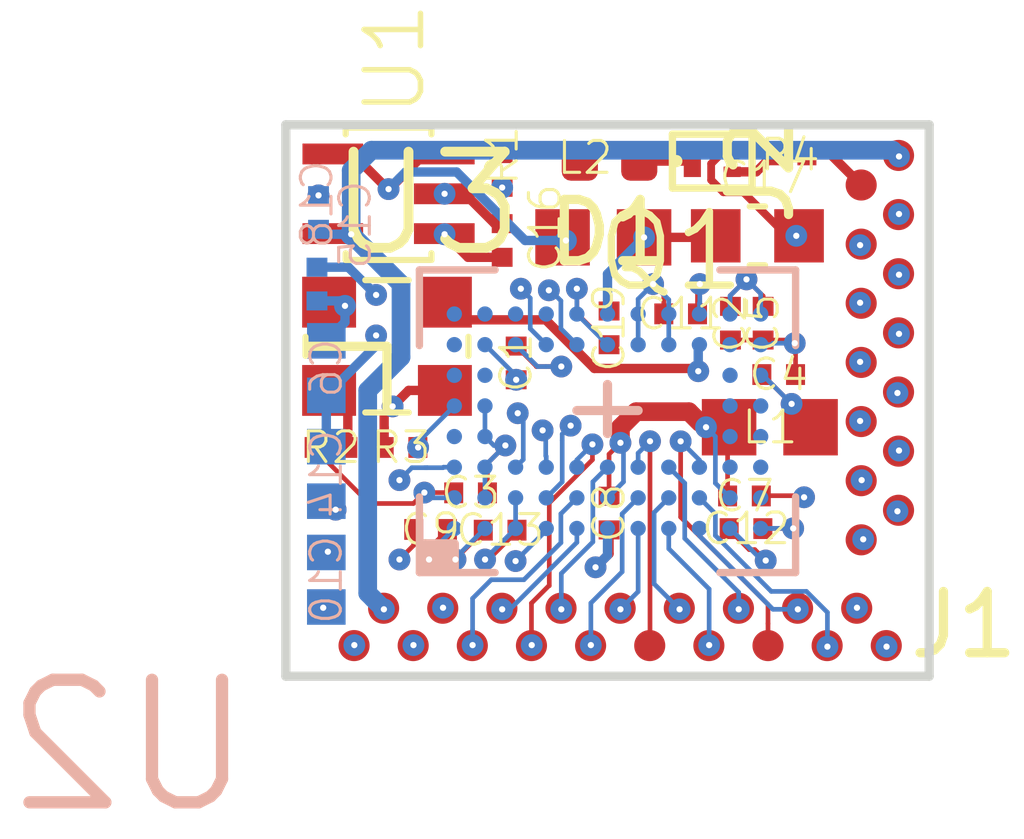
<source format=kicad_pcb>
(kicad_pcb (version 20171130) (host pcbnew "(5.1.0)-1")
  (layers (0 F.Cu jumper) (1 In1.Cu jumper) (2 In2.Cu power) (3 In3.Cu signal) (4 In4.Cu power) (31 B.Cu signal) (34 B.Paste user) (35 F.Paste user) (36 B.SilkS user) (37 F.SilkS user) (38 B.Mask user) (39 F.Mask user) (44 Edge.Cuts user))
  (net 0 "")
  (net 1 GND)
  (net 2 "Net-(L2-Pad1)")
  (net 3 +5V)
  (net 4 /VDD_PIX)
  (net 5 +1V8)
  (net 6 +3V3)
  (net 7 "Net-(R3-Pad1)")
  (net 8 "Net-(U2-PadF1)")
  (net 9 "Net-(U2-PadG1)")
  (net 10 "Net-(U2-PadH1)")
  (net 11 "Net-(U2-PadH2)")
  (net 12 "Net-(U2-PadH3)")
  (net 13 "Net-(R2-Pad1)")
  (net 14 /CLK_PLL)
  (net 15 /VREF_BOTPLATE)
  (net 16 "Net-(U2-PadB11)")
  (net 17 "Net-(U2-PadC10)")
  (net 18 "Net-(U2-PadC11)")
  (net 19 "Net-(U2-PadD10)")
  (net 20 "Net-(U2-PadD11)")
  (net 21 "Net-(U2-PadE10)")
  (net 22 "Net-(U2-PadE11)")
  (net 23 "Net-(U2-PadF10)")
  (net 24 "Net-(U2-PadH4)")
  (net 25 "Net-(D1-Pad1)")
  (net 26 "Net-(Q1-Pad1)")
  (net 27 /SS_N)
  (net 28 /FV)
  (net 29 /DOUT7)
  (net 30 /CLK_OUT)
  (net 31 /DOUT2)
  (net 32 /SCK)
  (net 33 /LV)
  (net 34 /DOUT6)
  (net 35 /DOUT4)
  (net 36 /DOUT0)
  (net 37 /MONITOR0)
  (net 38 /TRIGGER0)
  (net 39 /RESET_N)
  (net 40 /DOUT9)
  (net 41 /DOUT8)
  (net 42 /DOUT5)
  (net 43 /DOUT3)
  (net 44 /DOUT1)
  (net 45 /MONITOR1)
  (net 46 /MONITOR2)
  (net 47 /MISO)
  (net 48 /MOSI)
  (net 49 /LOCK_DETECT)
  (net 50 "Net-(D1-Pad2)")
  (net 51 /LED)
  (net 52 /I2C_SDA)
  (net 53 /I2C_SCL)
  (module .Package_BGA:BGA88CP50_8X11_493X613X75B25 (layer B.Cu) (at 39.4836 29.3384)
    (fp_text reference U2)
    (fp_text value NOIP1SN0480A)
    (fp_text user %R (at -7.8154 5.3046) (layer B.SilkS) (effects (font (size 2 2) (thickness 0.2)) (justify mirror)))
    (pad A1 smd circle (at -2.5 1.75) (size 0.25 0.25) (layers B.Cu B.Paste B.Mask) (net 4 /VDD_PIX))
    (pad A2 smd circle (at -2 1.75) (size 0.25 0.25) (layers B.Cu B.Paste B.Mask) (net 5 +1V8))
    (pad A3 smd circle (at -1.5 1.75) (size 0.25 0.25) (layers B.Cu B.Paste B.Mask) (net 1 GND))
    (pad A4 smd circle (at -1 1.75) (size 0.25 0.25) (layers B.Cu B.Paste B.Mask) (net 27 /SS_N))
    (pad A5 smd circle (at -0.5 1.75) (size 0.25 0.25) (layers B.Cu B.Paste B.Mask) (net 28 /FV))
    (pad A6 smd circle (at 0 1.75) (size 0.25 0.25) (layers B.Cu B.Paste B.Mask) (net 1 GND))
    (pad A7 smd circle (at 0.5 1.75) (size 0.25 0.25) (layers B.Cu B.Paste B.Mask) (net 29 /DOUT7))
    (pad A8 smd circle (at 1 1.75) (size 0.25 0.25) (layers B.Cu B.Paste B.Mask) (net 30 /CLK_OUT))
    (pad A9 smd circle (at 1.5 1.75) (size 0.25 0.25) (layers B.Cu B.Paste B.Mask) (net 31 /DOUT2))
    (pad A10 smd circle (at 2 1.75) (size 0.25 0.25) (layers B.Cu B.Paste B.Mask) (net 5 +1V8))
    (pad A11 smd circle (at 2.5 1.75) (size 0.25 0.25) (layers B.Cu B.Paste B.Mask) (net 1 GND))
    (pad B1 smd circle (at -2.5 1.25) (size 0.25 0.25) (layers B.Cu B.Paste B.Mask) (net 6 +3V3))
    (pad B2 smd circle (at -2 1.25) (size 0.25 0.25) (layers B.Cu B.Paste B.Mask) (net 1 GND))
    (pad B3 smd circle (at -1.5 1.25) (size 0.25 0.25) (layers B.Cu B.Paste B.Mask) (net 1 GND))
    (pad B4 smd circle (at -1 1.25) (size 0.25 0.25) (layers B.Cu B.Paste B.Mask) (net 32 /SCK))
    (pad B5 smd circle (at -0.5 1.25) (size 0.25 0.25) (layers B.Cu B.Paste B.Mask) (net 33 /LV))
    (pad B6 smd circle (at 0 1.25) (size 0.25 0.25) (layers B.Cu B.Paste B.Mask) (net 4 /VDD_PIX))
    (pad B7 smd circle (at 0.5 1.25) (size 0.25 0.25) (layers B.Cu B.Paste B.Mask) (net 34 /DOUT6))
    (pad B8 smd circle (at 1 1.25) (size 0.25 0.25) (layers B.Cu B.Paste B.Mask) (net 35 /DOUT4))
    (pad B9 smd circle (at 1.5 1.25) (size 0.25 0.25) (layers B.Cu B.Paste B.Mask) (net 36 /DOUT0))
    (pad B10 smd circle (at 2 1.25) (size 0.25 0.25) (layers B.Cu B.Paste B.Mask) (net 4 /VDD_PIX))
    (pad B11 smd circle (at 2.5 1.25) (size 0.25 0.25) (layers B.Cu B.Paste B.Mask) (net 16 "Net-(U2-PadB11)"))
    (pad C1 smd circle (at -2.5 0.75) (size 0.25 0.25) (layers B.Cu B.Paste B.Mask) (net 37 /MONITOR0))
    (pad C2 smd circle (at -2 0.75) (size 0.25 0.25) (layers B.Cu B.Paste B.Mask) (net 1 GND))
    (pad C3 smd circle (at -1.5 0.75) (size 0.25 0.25) (layers B.Cu B.Paste B.Mask) (net 38 /TRIGGER0))
    (pad C4 smd circle (at -1 0.75) (size 0.25 0.25) (layers B.Cu B.Paste B.Mask) (net 39 /RESET_N))
    (pad C5 smd circle (at -0.5 0.75) (size 0.25 0.25) (layers B.Cu B.Paste B.Mask) (net 40 /DOUT9))
    (pad C6 smd circle (at 0 0.75) (size 0.25 0.25) (layers B.Cu B.Paste B.Mask) (net 41 /DOUT8))
    (pad C7 smd circle (at 0.5 0.75) (size 0.25 0.25) (layers B.Cu B.Paste B.Mask) (net 42 /DOUT5))
    (pad C8 smd circle (at 1 0.75) (size 0.25 0.25) (layers B.Cu B.Paste B.Mask) (net 43 /DOUT3))
    (pad C9 smd circle (at 1.5 0.75) (size 0.25 0.25) (layers B.Cu B.Paste B.Mask) (net 44 /DOUT1))
    (pad C10 smd circle (at 2 0.75) (size 0.25 0.25) (layers B.Cu B.Paste B.Mask) (net 17 "Net-(U2-PadC10)"))
    (pad C11 smd circle (at 2.5 0.75) (size 0.25 0.25) (layers B.Cu B.Paste B.Mask) (net 18 "Net-(U2-PadC11)"))
    (pad D1 smd circle (at -2.5 0.25) (size 0.25 0.25) (layers B.Cu B.Paste B.Mask) (net 45 /MONITOR1))
    (pad D2 smd circle (at -2 0.25) (size 0.25 0.25) (layers B.Cu B.Paste B.Mask) (net 1 GND))
    (pad D10 smd circle (at 2 0.25) (size 0.25 0.25) (layers B.Cu B.Paste B.Mask) (net 19 "Net-(U2-PadD10)"))
    (pad D11 smd circle (at 2.5 0.25) (size 0.25 0.25) (layers B.Cu B.Paste B.Mask) (net 20 "Net-(U2-PadD11)"))
    (pad E1 smd circle (at -2.5 -0.25) (size 0.25 0.25) (layers B.Cu B.Paste B.Mask) (net 7 "Net-(R3-Pad1)"))
    (pad E2 smd circle (at -2 -0.25) (size 0.25 0.25) (layers B.Cu B.Paste B.Mask) (net 1 GND))
    (pad E10 smd circle (at 2 -0.25) (size 0.25 0.25) (layers B.Cu B.Paste B.Mask) (net 21 "Net-(U2-PadE10)"))
    (pad E11 smd circle (at 2.5 -0.25) (size 0.25 0.25) (layers B.Cu B.Paste B.Mask) (net 22 "Net-(U2-PadE11)"))
    (pad F1 smd circle (at -2.5 -0.75) (size 0.25 0.25) (layers B.Cu B.Paste B.Mask) (net 8 "Net-(U2-PadF1)"))
    (pad F2 smd circle (at -2 -0.75) (size 0.25 0.25) (layers B.Cu B.Paste B.Mask) (net 46 /MONITOR2))
    (pad F10 smd circle (at 2 -0.75) (size 0.25 0.25) (layers B.Cu B.Paste B.Mask) (net 23 "Net-(U2-PadF10)"))
    (pad F11 smd circle (at 2.5 -0.75) (size 0.25 0.25) (layers B.Cu B.Paste B.Mask) (net 6 +3V3))
    (pad G1 smd circle (at -2.5 -1.25) (size 0.25 0.25) (layers B.Cu B.Paste B.Mask) (net 9 "Net-(U2-PadG1)"))
    (pad G2 smd circle (at -2 -1.25) (size 0.25 0.25) (layers B.Cu B.Paste B.Mask) (net 1 GND))
    (pad G3 smd circle (at -1.5 -1.25) (size 0.25 0.25) (layers B.Cu B.Paste B.Mask) (net 6 +3V3))
    (pad G4 smd circle (at -1 -1.25) (size 0.25 0.25) (layers B.Cu B.Paste B.Mask) (net 47 /MISO))
    (pad G5 smd circle (at -0.5 -1.25) (size 0.25 0.25) (layers B.Cu B.Paste B.Mask) (net 48 /MOSI))
    (pad G6 smd circle (at 0 -1.25) (size 0.25 0.25) (layers B.Cu B.Paste B.Mask) (net 1 GND))
    (pad G7 smd circle (at 0.5 -1.25) (size 0.25 0.25) (layers B.Cu B.Paste B.Mask) (net 1 GND))
    (pad G8 smd circle (at 1 -1.25) (size 0.25 0.25) (layers B.Cu B.Paste B.Mask) (net 1 GND))
    (pad G9 smd circle (at 1.5 -1.25) (size 0.25 0.25) (layers B.Cu B.Paste B.Mask) (net 14 /CLK_PLL))
    (pad G10 smd circle (at 2 -1.25) (size 0.25 0.25) (layers B.Cu B.Paste B.Mask) (net 49 /LOCK_DETECT))
    (pad G11 smd circle (at 2.5 -1.25) (size 0.25 0.25) (layers B.Cu B.Paste B.Mask) (net 1 GND))
    (pad H1 smd circle (at -2.5 -1.75) (size 0.25 0.25) (layers B.Cu B.Paste B.Mask) (net 10 "Net-(U2-PadH1)"))
    (pad H2 smd circle (at -2 -1.75) (size 0.25 0.25) (layers B.Cu B.Paste B.Mask) (net 11 "Net-(U2-PadH2)"))
    (pad H3 smd circle (at -1.5 -1.75) (size 0.25 0.25) (layers B.Cu B.Paste B.Mask) (net 12 "Net-(U2-PadH3)"))
    (pad H4 smd circle (at -1 -1.75) (size 0.25 0.25) (layers B.Cu B.Paste B.Mask) (net 24 "Net-(U2-PadH4)"))
    (pad H5 smd circle (at -0.5 -1.75) (size 0.25 0.25) (layers B.Cu B.Paste B.Mask) (net 1 GND))
    (pad H6 smd circle (at 0 -1.75) (size 0.25 0.25) (layers B.Cu B.Paste B.Mask) (net 15 /VREF_BOTPLATE))
    (pad H7 smd circle (at 0.5 -1.75) (size 0.25 0.25) (layers B.Cu B.Paste B.Mask) (net 1 GND))
    (pad H8 smd circle (at 1 -1.75) (size 0.25 0.25) (layers B.Cu B.Paste B.Mask) (net 1 GND))
    (pad H9 smd circle (at 1.5 -1.75) (size 0.25 0.25) (layers B.Cu B.Paste B.Mask) (net 5 +1V8))
    (pad H10 smd circle (at 2 -1.75) (size 0.25 0.25) (layers B.Cu B.Paste B.Mask) (net 6 +3V3))
    (pad H11 smd circle (at 2.5 -1.75) (size 0.25 0.25) (layers B.Cu B.Paste B.Mask) (net 6 +3V3))
  )
  (module .Connector:B2B_Flex_14_Dual_Row_38milx24mil_Pad_20mil (layer F.Cu) (at 44.2336 25 270)
    (fp_text reference J2 (at 0.25 2.25 270) (layer F.SilkS))
    (fp_text value Conn_01x14)
    (pad 14 smd circle (at 6.273793 0.6096 270) (size 0.508 0.508) (layers F.Cu F.Paste F.Mask) (net 1 GND))
    (pad 13 smd circle (at 5.791194 0 270) (size 0.508 0.508) (layers F.Cu F.Paste F.Mask) (net 5 +1V8))
    (pad 12 smd circle (at 5.308594 0.6096 270) (size 0.508 0.508) (layers F.Cu F.Paste F.Mask) (net 27 /SS_N))
    (pad 11 smd circle (at 4.825995 0 270) (size 0.508 0.508) (layers F.Cu F.Paste F.Mask) (net 52 /I2C_SDA))
    (pad 10 smd circle (at 4.343395 0.6096 270) (size 0.508 0.508) (layers F.Cu F.Paste F.Mask) (net 53 /I2C_SCL))
    (pad 9 smd circle (at 3.860796 0 270) (size 0.508 0.508) (layers F.Cu F.Paste F.Mask) (net 32 /SCK))
    (pad 8 smd circle (at 3.378196 0.6096 270) (size 0.508 0.508) (layers F.Cu F.Paste F.Mask) (net 39 /RESET_N))
    (pad 7 smd circle (at 2.895597 0 270) (size 0.508 0.508) (layers F.Cu F.Paste F.Mask) (net 38 /TRIGGER0))
    (pad 6 smd circle (at 2.412997 0.6096 270) (size 0.508 0.508) (layers F.Cu F.Paste F.Mask) (net 37 /MONITOR0))
    (pad 5 smd circle (at 1.930398 0 270) (size 0.508 0.508) (layers F.Cu F.Paste F.Mask) (net 47 /MISO))
    (pad 4 smd circle (at 1.447798 0.6096 270) (size 0.508 0.508) (layers F.Cu F.Paste F.Mask) (net 48 /MOSI))
    (pad 3 smd circle (at 0.965199 0 270) (size 0.508 0.508) (layers F.Cu F.Paste F.Mask) (net 6 +3V3))
    (pad 2 smd circle (at 0.482599 0.6096 270) (size 0.508 0.508) (layers F.Cu F.Paste F.Mask) (net 51 /LED))
    (pad 1 smd circle (at 0 0 270) (size 0.508 0.508) (layers F.Cu F.Paste F.Mask) (net 3 +5V))
  )
  (module .Resistor:R_0201_0603Metric_ERJ_L (layer F.Cu) (at 42.4632 24.991)
    (fp_text reference R4)
    (fp_text value 1K)
    (fp_text user %R (at 0 0) (layer F.SilkS) (effects (font (size 0.5 0.5) (thickness 0.05))))
    (pad 2 smd rect (at 0.275 0) (size 0.31 0.34) (layers F.Cu F.Paste F.Mask) (net 51 /LED))
    (pad 1 smd rect (at -0.275 0) (size 0.31 0.34) (layers F.Cu F.Paste F.Mask) (net 26 "Net-(Q1-Pad1)"))
  )
  (module .Resistor:R_0201_0603Metric_ERJ_L (layer F.Cu) (at 36.1132 29.7662 180)
    (fp_text reference R3)
    (fp_text value 47.7K)
    (fp_text user %R (at 0 0 180) (layer F.SilkS) (effects (font (size 0.5 0.5) (thickness 0.05))))
    (pad 2 smd rect (at 0.275 0 180) (size 0.31 0.34) (layers F.Cu F.Paste F.Mask) (net 1 GND))
    (pad 1 smd rect (at -0.275 0 180) (size 0.31 0.34) (layers F.Cu F.Paste F.Mask) (net 7 "Net-(R3-Pad1)"))
  )
  (module .Resistor:R_0201_0603Metric_ERJ_L (layer F.Cu) (at 34.9702 29.7662 180)
    (fp_text reference R2)
    (fp_text value DNL)
    (fp_text user %R (at 0 0 180) (layer F.SilkS) (effects (font (size 0.5 0.5) (thickness 0.05))))
    (pad 2 smd rect (at 0.275 0 180) (size 0.31 0.34) (layers F.Cu F.Paste F.Mask) (net 6 +3V3))
    (pad 1 smd rect (at -0.275 0 180) (size 0.31 0.34) (layers F.Cu F.Paste F.Mask) (net 13 "Net-(R2-Pad1)"))
  )
  (module .Resistor:R_0201_0603Metric_ERJ_L (layer F.Cu) (at 37.7642 25.245 270)
    (fp_text reference R1)
    (fp_text value 1.8K)
    (fp_text user %R (at -0.2428 0 270) (layer F.SilkS) (effects (font (size 0.5 0.5) (thickness 0.05))))
    (pad 2 smd rect (at 0.275 0 270) (size 0.31 0.34) (layers F.Cu F.Paste F.Mask) (net 6 +3V3))
    (pad 1 smd rect (at -0.275 0 270) (size 0.31 0.34) (layers F.Cu F.Paste F.Mask) (net 50 "Net-(D1-Pad2)"))
  )
  (module LED_SMD:LED_0402_1005Metric (layer F.Cu) (at 39.5168 25.0926 180)
    (fp_text reference D1 (at 0 -1.17 180) (layer F.SilkS))
    (fp_text value LED_Small_ALT)
    (pad 2 smd roundrect (at 0.485 0 180) (size 0.59 0.64) (layers F.Cu F.Paste F.Mask) (net 50 "Net-(D1-Pad2)"))
    (pad 1 smd roundrect (at -0.485 0 180) (size 0.59 0.64) (layers F.Cu F.Paste F.Mask) (net 25 "Net-(D1-Pad1)"))
  )
  (module .Transistor:TRXDFN3_101X61X53L25X15N (layer F.Cu) (at 41.1932 25.0926 180)
    (fp_text reference Q1 (at 0.675 -1.475 180) (layer F.SilkS) (effects (font (size 1.2 1.2) (thickness 0.12))))
    (fp_text value MMBT3904LP-7B)
    (pad 3 smd rect (at 0.325 0 180) (size 0.28 0.52) (layers F.Cu F.Paste F.Mask) (net 25 "Net-(D1-Pad1)"))
    (pad 2 smd rect (at -0.325 0.175 180) (size 0.28 0.17) (layers F.Cu F.Paste F.Mask) (net 1 GND))
    (pad 1 smd rect (at -0.325 -0.175 180) (size 0.28 0.17) (layers F.Cu F.Paste F.Mask) (net 26 "Net-(Q1-Pad1)"))
  )
  (module .Capacitor:C_0201_0603Metric_L (layer F.Cu) (at 39.509 27.8144 270)
    (fp_text reference C19)
    (fp_text value GRM033R61A104ME15D)
    (fp_text user %R (at 0 0 270) (layer F.SilkS) (effects (font (size 0.5 0.5) (thickness 0.05))))
    (pad 2 smd rect (at 0.275 0 270) (size 0.31 0.34) (layers F.Cu F.Paste F.Mask) (net 1 GND))
    (pad 1 smd rect (at -0.275 0 270) (size 0.31 0.34) (layers F.Cu F.Paste F.Mask) (net 15 /VREF_BOTPLATE))
  )
  (module .Capacitor:C_0201_0603Metric_L (layer F.Cu) (at 37.731 31.1164)
    (fp_text reference C13)
    (fp_text value GRM033R61A104ME15D)
    (fp_text user %R (at 0 0) (layer F.SilkS) (effects (font (size 0.5 0.5) (thickness 0.05))))
    (pad 2 smd rect (at 0.275 0) (size 0.31 0.34) (layers F.Cu F.Paste F.Mask) (net 1 GND))
    (pad 1 smd rect (at -0.275 0) (size 0.31 0.34) (layers F.Cu F.Paste F.Mask) (net 5 +1V8))
  )
  (module .Capacitor:C_0201_0603Metric_L (layer F.Cu) (at 41.4902 27.7382 270)
    (fp_text reference C2)
    (fp_text value GRM033R61A104ME15D)
    (fp_text user %R (at 0 0 270) (layer F.SilkS) (effects (font (size 0.5 0.5) (thickness 0.05))))
    (pad 1 smd rect (at -0.275 0 270) (size 0.31 0.34) (layers F.Cu F.Paste F.Mask) (net 6 +3V3))
    (pad 2 smd rect (at 0.275 0 270) (size 0.31 0.34) (layers F.Cu F.Paste F.Mask) (net 1 GND))
  )
  (module .Capacitor:C_0201_0603Metric_L (layer F.Cu) (at 37.2484 30.5068)
    (fp_text reference C3)
    (fp_text value GRM033R61A104ME15D)
    (fp_text user %R (at 0 0) (layer F.SilkS) (effects (font (size 0.5 0.5) (thickness 0.05))))
    (pad 2 smd rect (at 0.275 0) (size 0.31 0.34) (layers F.Cu F.Paste F.Mask) (net 1 GND))
    (pad 1 smd rect (at -0.275 0) (size 0.31 0.34) (layers F.Cu F.Paste F.Mask) (net 6 +3V3))
  )
  (module .Capacitor:C_0201_0603Metric_L (layer F.Cu) (at 42.2776 28.5764)
    (fp_text reference C4)
    (fp_text value GRM033R61A104ME15D)
    (fp_text user %R (at 0 0) (layer F.SilkS) (effects (font (size 0.5 0.5) (thickness 0.05))))
    (pad 1 smd rect (at -0.275 0) (size 0.31 0.34) (layers F.Cu F.Paste F.Mask) (net 6 +3V3))
    (pad 2 smd rect (at 0.275 0) (size 0.31 0.34) (layers F.Cu F.Paste F.Mask) (net 1 GND))
  )
  (module .Capacitor:C_0201_0603Metric_L (layer F.Cu) (at 41.7188 30.5576)
    (fp_text reference C7)
    (fp_text value GRM033R61A104ME15D)
    (fp_text user %R (at 0 0) (layer F.SilkS) (effects (font (size 0.5 0.5) (thickness 0.05))))
    (pad 2 smd rect (at 0.275 0) (size 0.31 0.34) (layers F.Cu F.Paste F.Mask) (net 1 GND))
    (pad 1 smd rect (at -0.275 0) (size 0.31 0.34) (layers F.Cu F.Paste F.Mask) (net 4 /VDD_PIX))
  )
  (module .Capacitor:C_0201_0603Metric_L (layer F.Cu) (at 39.509 30.837 270)
    (fp_text reference C8)
    (fp_text value GRM033R61A104ME15D)
    (fp_text user %R (at 0 0 270) (layer F.SilkS) (effects (font (size 0.5 0.5) (thickness 0.05))))
    (pad 1 smd rect (at -0.275 0 270) (size 0.31 0.34) (layers F.Cu F.Paste F.Mask) (net 4 /VDD_PIX))
    (pad 2 smd rect (at 0.275 0 270) (size 0.31 0.34) (layers F.Cu F.Paste F.Mask) (net 1 GND))
  )
  (module .Capacitor:C_0201_0603Metric_L (layer F.Cu) (at 36.5958 31.1044 180)
    (fp_text reference C9)
    (fp_text value GRM033R61A104ME15D)
    (fp_text user %R (at 0 0 180) (layer F.SilkS) (effects (font (size 0.5 0.5) (thickness 0.05))))
    (pad 2 smd rect (at 0.275 0 180) (size 0.31 0.34) (layers F.Cu F.Paste F.Mask) (net 1 GND))
    (pad 1 smd rect (at -0.275 0 180) (size 0.31 0.34) (layers F.Cu F.Paste F.Mask) (net 4 /VDD_PIX))
  )
  (module .Capacitor:C_0201_0603Metric_L (layer F.Cu) (at 40.6774 27.5858 180)
    (fp_text reference C11)
    (fp_text value GRM033R61A104ME15D)
    (fp_text user %R (at 0 0 180) (layer F.SilkS) (effects (font (size 0.5 0.5) (thickness 0.05))))
    (pad 1 smd rect (at -0.275 0 180) (size 0.31 0.34) (layers F.Cu F.Paste F.Mask) (net 5 +1V8))
    (pad 2 smd rect (at 0.275 0 180) (size 0.31 0.34) (layers F.Cu F.Paste F.Mask) (net 1 GND))
  )
  (module .Capacitor:C_0201_0603Metric_L (layer F.Cu) (at 41.7442 31.091)
    (fp_text reference C12)
    (fp_text value GRM033R61A104ME15D)
    (fp_text user %R (at 0 0) (layer F.SilkS) (effects (font (size 0.5 0.5) (thickness 0.05))))
    (pad 2 smd rect (at 0.275 0) (size 0.31 0.34) (layers F.Cu F.Paste F.Mask) (net 1 GND))
    (pad 1 smd rect (at -0.275 0) (size 0.31 0.34) (layers F.Cu F.Paste F.Mask) (net 5 +1V8))
  )
  (module .Capacitor:C_0201_0603Metric_L (layer F.Cu) (at 37.9928 28.3866 270)
    (fp_text reference C1)
    (fp_text value GRM033R61A104ME15D)
    (fp_text user %R (at 0 0 270) (layer F.SilkS) (effects (font (size 0.5 0.5) (thickness 0.05))))
    (pad 1 smd rect (at -0.275 0 270) (size 0.31 0.34) (layers F.Cu F.Paste F.Mask) (net 6 +3V3))
    (pad 2 smd rect (at 0.275 0 270) (size 0.31 0.34) (layers F.Cu F.Paste F.Mask) (net 1 GND))
  )
  (module .Capacitor:C_0201_0603Metric_L (layer F.Cu) (at 37.7642 26.388 90)
    (fp_text reference C16)
    (fp_text value GRM033R61A104ME15D)
    (fp_text user %R (at 0.2 0.7 90) (layer F.SilkS) (effects (font (size 0.5 0.5) (thickness 0.05))))
    (pad 2 smd rect (at 0.275 0 90) (size 0.31 0.34) (layers F.Cu F.Paste F.Mask) (net 1 GND))
    (pad 1 smd rect (at -0.275 0 90) (size 0.31 0.34) (layers F.Cu F.Paste F.Mask) (net 5 +1V8))
  )
  (module .Capacitor:C_0201_0603Metric_L (layer B.Cu) (at 34.7416 27.0992 90)
    (fp_text reference C18)
    (fp_text value GRM033R61A104ME15D)
    (fp_text user %R (at 1.3 0 90) (layer B.SilkS) (effects (font (size 0.5 0.5) (thickness 0.05)) (justify mirror)))
    (pad 1 smd rect (at -0.275 0 90) (size 0.31 0.34) (layers B.Cu B.Paste B.Mask) (net 6 +3V3))
    (pad 2 smd rect (at 0.275 0 90) (size 0.31 0.34) (layers B.Cu B.Paste B.Mask) (net 1 GND))
  )
  (module .Capacitor:C_0201_0603Metric_L (layer B.Cu) (at 34.767 25.9308 90)
    (fp_text reference C15)
    (fp_text value GRM033R61A104ME15D)
    (fp_text user %R (at -0.2 0.6 90) (layer B.SilkS) (effects (font (size 0.5 0.5) (thickness 0.05)) (justify mirror)))
    (pad 2 smd rect (at 0.275 0 90) (size 0.31 0.34) (layers B.Cu B.Paste B.Mask) (net 1 GND))
    (pad 1 smd rect (at -0.275 0 90) (size 0.31 0.34) (layers B.Cu B.Paste B.Mask) (net 3 +5V))
  )
  (module .Capacitor:C_0201_0603Metric_L (layer F.Cu) (at 42.0236 27.7382 270)
    (fp_text reference C5)
    (fp_text value GRM033R61A104ME15D)
    (fp_text user %R (at 0 0 270) (layer F.SilkS) (effects (font (size 0.5 0.5) (thickness 0.05))))
    (pad 1 smd rect (at -0.275 0 270) (size 0.31 0.34) (layers F.Cu F.Paste F.Mask) (net 6 +3V3))
    (pad 2 smd rect (at 0.275 0 270) (size 0.31 0.34) (layers F.Cu F.Paste F.Mask) (net 1 GND))
  )
  (module .Capacitor:C_0402_1005Metric_L (layer B.Cu) (at 34.894 31.9252 270)
    (fp_text reference C10)
    (fp_text value GRM155R60J106ME15D)
    (fp_text user %R (at 0 0 270) (layer B.SilkS) (effects (font (size 0.5 0.5) (thickness 0.05)) (justify mirror)))
    (pad 1 smd rect (at -0.445 0 270) (size 0.58 0.63) (layers B.Cu B.Paste B.Mask) (net 4 /VDD_PIX))
    (pad 2 smd rect (at 0.445 0 270) (size 0.58 0.63) (layers B.Cu B.Paste B.Mask) (net 1 GND))
  )
  (module .Capacitor:C_0402_1005Metric_L (layer B.Cu) (at 34.894 28.4708 270)
    (fp_text reference C6)
    (fp_text value GRM155R60J106ME15D)
    (fp_text user %R (at 0 0 270) (layer B.SilkS) (effects (font (size 0.5 0.5) (thickness 0.05)) (justify mirror)))
    (pad 2 smd rect (at 0.445 0 270) (size 0.58 0.63) (layers B.Cu B.Paste B.Mask) (net 1 GND))
    (pad 1 smd rect (at -0.445 0 270) (size 0.58 0.63) (layers B.Cu B.Paste B.Mask) (net 6 +3V3))
  )
  (module .Capacitor:C_0402_1005Metric_L (layer B.Cu) (at 34.894 30.198 90)
    (fp_text reference C14)
    (fp_text value GRM155R60J106ME15D)
    (fp_text user %R (at 0 0 90) (layer B.SilkS) (effects (font (size 0.5 0.5) (thickness 0.05)) (justify mirror)))
    (pad 1 smd rect (at -0.445 0 90) (size 0.58 0.63) (layers B.Cu B.Paste B.Mask) (net 5 +1V8))
    (pad 2 smd rect (at 0.445 0 90) (size 0.58 0.63) (layers B.Cu B.Paste B.Mask) (net 1 GND))
  )
  (module .Capacitor:C_0603_1608Metric_L (layer F.Cu) (at 41.9298 26.3118)
    (fp_text reference C17)
    (fp_text value GRM188R61E475KE11D)
    (fp_text user %R (at 0.1 -0.95) (layer F.SilkS) (effects (font (size 0.5 0.5) (thickness 0.05))))
    (pad 1 smd rect (at -0.68 0) (size 0.81 0.87) (layers F.Cu F.Paste F.Mask) (net 15 /VREF_BOTPLATE))
    (pad 2 smd rect (at 0.68 0) (size 0.81 0.87) (layers F.Cu F.Paste F.Mask) (net 1 GND))
  )
  (module .Connector:B2B_Flex_20_Dual_Row_38milx24mil_Pad_20mil (layer F.Cu) (at 44.0336 33 180)
    (fp_text reference J1 (at -1.2664 0.3384 180) (layer F.SilkS))
    (fp_text value Conn_01x20)
    (pad 1 smd circle (at 0 0 180) (size 0.508 0.508) (layers F.Cu F.Paste F.Mask) (net 1 GND))
    (pad 2 smd circle (at 0.482599 0.6096 180) (size 0.508 0.508) (layers F.Cu F.Paste F.Mask) (net 5 +1V8))
    (pad 3 smd circle (at 0.965199 0 180) (size 0.508 0.508) (layers F.Cu F.Paste F.Mask) (net 36 /DOUT0))
    (pad 4 smd circle (at 1.447798 0.6096 180) (size 0.508 0.508) (layers F.Cu F.Paste F.Mask) (net 31 /DOUT2))
    (pad 5 smd circle (at 1.930398 0 180) (size 0.508 0.508) (layers F.Cu F.Paste F.Mask) (net 44 /DOUT1))
    (pad 6 smd circle (at 2.412997 0.6096 180) (size 0.508 0.508) (layers F.Cu F.Paste F.Mask) (net 43 /DOUT3))
    (pad 7 smd circle (at 2.895597 0 180) (size 0.508 0.508) (layers F.Cu F.Paste F.Mask) (net 30 /CLK_OUT))
    (pad 8 smd circle (at 3.378196 0.6096 180) (size 0.508 0.508) (layers F.Cu F.Paste F.Mask) (net 35 /DOUT4))
    (pad 9 smd circle (at 3.860796 0 180) (size 0.508 0.508) (layers F.Cu F.Paste F.Mask) (net 42 /DOUT5))
    (pad 10 smd circle (at 4.343395 0.6096 180) (size 0.508 0.508) (layers F.Cu F.Paste F.Mask) (net 29 /DOUT7))
    (pad 11 smd circle (at 4.825995 0 180) (size 0.508 0.508) (layers F.Cu F.Paste F.Mask) (net 34 /DOUT6))
    (pad 12 smd circle (at 5.308594 0.6096 180) (size 0.508 0.508) (layers F.Cu F.Paste F.Mask) (net 41 /DOUT8))
    (pad 13 smd circle (at 5.791194 0 180) (size 0.508 0.508) (layers F.Cu F.Paste F.Mask) (net 40 /DOUT9))
    (pad 14 smd circle (at 6.273793 0.6096 180) (size 0.508 0.508) (layers F.Cu F.Paste F.Mask) (net 28 /FV))
    (pad 15 smd circle (at 6.756393 0 180) (size 0.508 0.508) (layers F.Cu F.Paste F.Mask) (net 33 /LV))
    (pad 16 smd circle (at 7.238992 0.6096 180) (size 0.508 0.508) (layers F.Cu F.Paste F.Mask) (net 52 /I2C_SDA))
    (pad 17 smd circle (at 7.721592 0 180) (size 0.508 0.508) (layers F.Cu F.Paste F.Mask) (net 53 /I2C_SCL))
    (pad 18 smd circle (at 8.204191 0.6096 180) (size 0.508 0.508) (layers F.Cu F.Paste F.Mask) (net 3 +5V))
    (pad 19 smd circle (at 8.686791 0 180) (size 0.508 0.508) (layers F.Cu F.Paste F.Mask) (net 6 +3V3))
    (pad 20 smd circle (at 9.16939 0.6096 180) (size 0.508 0.508) (layers F.Cu F.Paste F.Mask) (net 1 GND))
  )
  (module .Inductor:L_0603_1608Metric_L (layer F.Cu) (at 42.133 29.436 180)
    (fp_text reference L1)
    (fp_text value BLM18PG471SN1D)
    (fp_text user %R (at 0 0 180) (layer F.SilkS) (effects (font (size 0.52 0.52) (thickness 0.05))))
    (pad 2 smd rect (at 0.665 0 180) (size 0.89 0.92) (layers F.Cu F.Paste F.Mask) (net 4 /VDD_PIX))
    (pad 1 smd rect (at -0.665 0 180) (size 0.89 0.92) (layers F.Cu F.Paste F.Mask) (net 6 +3V3))
  )
  (module .Inductor:L_0603_1608Metric_L (layer F.Cu) (at 39.4152 26.3372)
    (fp_text reference L2)
    (fp_text value BLM18PG471SN1D)
    (fp_text user %R (at -0.3 -1.3) (layer F.SilkS) (effects (font (size 0.52 0.52) (thickness 0.05))))
    (pad 1 smd rect (at -0.665 0) (size 0.89 0.92) (layers F.Cu F.Paste F.Mask) (net 2 "Net-(L2-Pad1)"))
    (pad 2 smd rect (at 0.665 0) (size 0.89 0.92) (layers F.Cu F.Paste F.Mask) (net 15 /VREF_BOTPLATE))
  )
  (module .Oscillator:OSC_CC250X200X80L70X75L (layer F.Cu) (at 35.8846 28.1152)
    (fp_text reference U3)
    (fp_text value SiT_2.5mmx2mm)
    (fp_text user %R (at 0.65 -2.325) (layer F.SilkS) (effects (font (size 1.57 1.57) (thickness 0.16))))
    (pad 1 smd rect (at -0.945 0.72 90) (size 0.83 0.88) (layers F.Cu F.Paste F.Mask) (net 13 "Net-(R2-Pad1)"))
    (pad 2 smd rect (at 0.945 0.72 90) (size 0.83 0.88) (layers F.Cu F.Paste F.Mask) (net 1 GND))
    (pad 3 smd rect (at 0.945 -0.72 90) (size 0.83 0.88) (layers F.Cu F.Paste F.Mask) (net 14 /CLK_PLL))
    (pad 4 smd rect (at -0.945 -0.72 90) (size 0.83 0.88) (layers F.Cu F.Paste F.Mask) (net 6 +3V3))
  )
  (module .Package_SOT:SOT_23-5P65_210X110L36X22L (layer F.Cu) (at 35.91 25.626 90)
    (fp_text reference U1)
    (fp_text value LMV321IDCKR)
    (fp_text user %R (at 2.2 0.1 90) (layer F.SilkS) (effects (font (size 0.92 0.92) (thickness 0.09))))
    (pad 1 smd rect (at -0.65 0.91 180) (size 0.99 0.34) (layers F.Cu F.Paste F.Mask) (net 5 +1V8))
    (pad 2 smd rect (at 0 0.91 180) (size 0.99 0.34) (layers F.Cu F.Paste F.Mask) (net 1 GND))
    (pad 3 smd rect (at 0.65 0.91 180) (size 0.99 0.34) (layers F.Cu F.Paste F.Mask) (net 2 "Net-(L2-Pad1)"))
    (pad 4 smd rect (at 0.65 -0.91 180) (size 0.99 0.34) (layers F.Cu F.Paste F.Mask) (net 2 "Net-(L2-Pad1)"))
    (pad 5 smd rect (at -0.65 -0.91 180) (size 0.99 0.34) (layers F.Cu F.Paste F.Mask) (net 3 +5V))
  )
  (gr_line (start 44.7336 24.5) (end 34.2336 24.5) (layer Edge.Cuts) (width 0.15))
  (gr_line (start 44.7336 33.5) (end 44.7336 24.5) (layer Edge.Cuts) (width 0.15))
  (gr_line (start 34.2336 33.5) (end 44.7336 33.5) (layer Edge.Cuts) (width 0.15))
  (gr_line (start 34.2336 24.5) (end 34.2336 33.5) (layer Edge.Cuts) (width 0.15))
  (via (at 43.657 31.2648) (size 0.3556) (drill 0.1016) (layers F.Cu B.Cu) (net 1))
  (via (at 44.038 33.0174) (size 0.3556) (drill 0.1016) (layers F.Cu B.Cu) (net 1))
  (via (at 34.8432 32.3824) (size 0.3556) (drill 0.1016) (layers F.Cu B.Cu) (net 1))
  (via (at 34.767 25.6514) (size 0.3556) (drill 0.1016) (layers F.Cu B.Cu) (net 1))
  (via (at 36.8244 25.626) (size 0.3556) (drill 0.1016) (layers F.Cu B.Cu) (net 1))
  (segment (start 42.4124 26.3118) (end 42.5648 26.3118) (width 0.127) (layer F.Cu) (net 1))
  (segment (start 41.3936 24.9176) (end 41.175256 25.135944) (width 0.127) (layer F.Cu) (net 1))
  (segment (start 41.5182 24.9176) (end 41.3936 24.9176) (width 0.127) (layer F.Cu) (net 1))
  (segment (start 41.175256 25.135944) (end 41.175256 25.401118) (width 0.127) (layer F.Cu) (net 1))
  (segment (start 41.175256 25.401118) (end 41.374738 25.6006) (width 0.127) (layer F.Cu) (net 1))
  (segment (start 41.374738 25.6006) (end 41.7012 25.6006) (width 0.127) (layer F.Cu) (net 1))
  (segment (start 41.7012 25.6006) (end 42.4124 26.3118) (width 0.127) (layer F.Cu) (net 1))
  (segment (start 35.8382 29.4438) (end 35.8382 29.7662) (width 0.1524) (layer F.Cu) (net 1))
  (segment (start 35.8382 29.2342) (end 35.8382 29.4438) (width 0.1524) (layer F.Cu) (net 1))
  (segment (start 36.2372 28.8352) (end 35.9764 29.096) (width 0.1524) (layer F.Cu) (net 1))
  (segment (start 36.8296 28.8352) (end 36.2372 28.8352) (width 0.1524) (layer F.Cu) (net 1))
  (segment (start 35.9764 29.096) (end 35.8382 29.2342) (width 0.1524) (layer F.Cu) (net 1))
  (via (at 35.9764 29.096) (size 0.3556) (drill 0.1016) (layers F.Cu B.Cu) (net 1))
  (segment (start 42.5648 26.3118) (end 42.6098 26.3118) (width 0.127) (layer F.Cu) (net 1))
  (via (at 42.5648 26.3118) (size 0.3556) (drill 0.1016) (layers F.Cu B.Cu) (net 1))
  (segment (start 37.9836 30.5884) (end 37.9836 31.0884) (width 0.0762) (layer B.Cu) (net 1))
  (segment (start 37.4836 30.5884) (end 37.4836 30.0884) (width 0.0762) (layer B.Cu) (net 1))
  (via (at 37.816499 29.7336) (size 0.3556) (drill 0.1016) (layers F.Cu B.Cu) (net 1))
  (segment (start 37.4836 30.0884) (end 37.4836 30.066499) (width 0.0762) (layer B.Cu) (net 1))
  (segment (start 37.4836 30.066499) (end 37.816499 29.7336) (width 0.0762) (layer B.Cu) (net 1))
  (segment (start 37.4836 29.0884) (end 37.4836 29.5884) (width 0.0762) (layer B.Cu) (net 1))
  (segment (start 37.6288 29.7336) (end 37.4836 29.5884) (width 0.0762) (layer B.Cu) (net 1))
  (segment (start 37.816499 29.7336) (end 37.6288 29.7336) (width 0.0762) (layer B.Cu) (net 1))
  (segment (start 39.4836 28.0884) (end 38.9836 27.5884) (width 0.0762) (layer B.Cu) (net 1))
  (segment (start 42.160376 28.0884) (end 42.184376 28.0644) (width 0.0762) (layer B.Cu) (net 1))
  (segment (start 41.9836 28.0884) (end 42.160376 28.0884) (width 0.0762) (layer B.Cu) (net 1))
  (segment (start 42.184376 28.0644) (end 42.5394 28.0644) (width 0.0762) (layer B.Cu) (net 1))
  (via (at 37.9928 28.6616) (size 0.3556) (drill 0.1016) (layers F.Cu B.Cu) (net 1))
  (segment (start 37.4836 28.0884) (end 37.9928 28.5976) (width 0.0762) (layer B.Cu) (net 1))
  (segment (start 37.9928 28.5976) (end 37.9928 28.6616) (width 0.0762) (layer B.Cu) (net 1))
  (segment (start 37.5234 30.026699) (end 37.816499 29.7336) (width 0.0762) (layer F.Cu) (net 1))
  (segment (start 37.5234 30.5068) (end 37.5234 30.026699) (width 0.0762) (layer F.Cu) (net 1))
  (via (at 38.9834 27.1754) (size 0.3556) (drill 0.1016) (layers F.Cu B.Cu) (net 1))
  (segment (start 38.9836 27.5884) (end 38.9836 27.1756) (width 0.0762) (layer B.Cu) (net 1))
  (segment (start 38.9836 27.1756) (end 38.9834 27.1754) (width 0.0762) (layer B.Cu) (net 1))
  (segment (start 39.494 28.0894) (end 39.509 28.0894) (width 0.0762) (layer F.Cu) (net 1))
  (segment (start 38.9834 27.5788) (end 39.494 28.0894) (width 0.0762) (layer F.Cu) (net 1))
  (segment (start 38.9834 27.1754) (end 38.9834 27.5788) (width 0.0762) (layer F.Cu) (net 1))
  (segment (start 39.9836 28.0884) (end 39.9836 27.5976) (width 0.0762) (layer B.Cu) (net 1))
  (segment (start 40.4836 28.0884) (end 40.4836 27.667) (width 0.0762) (layer B.Cu) (net 1))
  (segment (start 40.3296 27.0992) (end 40.3296 27.0992) (width 0.0762) (layer B.Cu) (net 1))
  (via (at 40.228 27.0992) (size 0.3556) (drill 0.1016) (layers F.Cu B.Cu) (net 1))
  (segment (start 39.9836 27.3436) (end 40.228 27.0992) (width 0.0762) (layer B.Cu) (net 1))
  (segment (start 39.9836 27.5884) (end 39.9836 27.3436) (width 0.0762) (layer B.Cu) (net 1))
  (segment (start 40.4836 27.3548) (end 40.228 27.0992) (width 0.0762) (layer B.Cu) (net 1))
  (segment (start 40.4836 27.5884) (end 40.4836 27.3548) (width 0.0762) (layer B.Cu) (net 1))
  (segment (start 42.5394 28.0644) (end 42.5394 28.0644) (width 0.0762) (layer B.Cu) (net 1))
  (via (at 42.5394 28.0644) (size 0.3556) (drill 0.1016) (layers F.Cu B.Cu) (net 1))
  (segment (start 42.4882 28.0132) (end 42.5394 28.0644) (width 0.0762) (layer F.Cu) (net 1))
  (segment (start 41.4902 28.0132) (end 42.4882 28.0132) (width 0.0762) (layer F.Cu) (net 1))
  (segment (start 42.5526 28.0776) (end 42.5394 28.0644) (width 0.0762) (layer F.Cu) (net 1))
  (segment (start 42.5526 28.5764) (end 42.5526 28.0776) (width 0.0762) (layer F.Cu) (net 1))
  (segment (start 42.514 31.087) (end 42.514 31.087) (width 0.0762) (layer B.Cu) (net 1))
  (segment (start 41.9836 31.0884) (end 42.160376 31.0884) (width 0.0762) (layer B.Cu) (net 1))
  (segment (start 42.160376 31.0884) (end 42.161776 31.087) (width 0.0762) (layer B.Cu) (net 1))
  (segment (start 42.161776 31.087) (end 42.514 31.087) (width 0.0762) (layer B.Cu) (net 1))
  (segment (start 42.0232 31.087) (end 42.0192 31.091) (width 0.0762) (layer F.Cu) (net 1))
  (segment (start 42.514 31.087) (end 42.0232 31.087) (width 0.0762) (layer F.Cu) (net 1))
  (via (at 42.514 31.087) (size 0.3556) (drill 0.1016) (layers F.Cu B.Cu) (net 1))
  (via (at 37.484797 31.595003) (size 0.3556) (drill 0.1016) (layers F.Cu B.Cu) (net 1))
  (segment (start 37.9836 31.0884) (end 37.484797 31.587203) (width 0.0762) (layer B.Cu) (net 1))
  (segment (start 37.484797 31.587203) (end 37.484797 31.595003) (width 0.0762) (layer B.Cu) (net 1))
  (segment (start 38.006 31.1164) (end 38.006 31.1314) (width 0.0762) (layer F.Cu) (net 1))
  (segment (start 37.542397 31.595003) (end 37.484797 31.595003) (width 0.0762) (layer F.Cu) (net 1))
  (segment (start 38.006 31.1314) (end 37.542397 31.595003) (width 0.0762) (layer F.Cu) (net 1))
  (via (at 36.0878 31.595) (size 0.3556) (drill 0.1016) (layers F.Cu B.Cu) (net 1))
  (segment (start 36.3208 31.1044) (end 36.3208 31.362) (width 0.0762) (layer F.Cu) (net 1))
  (segment (start 36.3208 31.362) (end 36.0878 31.595) (width 0.0762) (layer F.Cu) (net 1))
  (segment (start 41.989804 30.5536) (end 42.6664 30.5536) (width 0.0762) (layer F.Cu) (net 1))
  (segment (start 42.670396 30.5576) (end 42.691796 30.579) (width 0.0762) (layer F.Cu) (net 1))
  (via (at 42.691796 30.579) (size 0.3556) (drill 0.1016) (layers F.Cu B.Cu) (net 1))
  (via (at 39.2882 31.722) (size 0.3556) (drill 0.1016) (layers F.Cu B.Cu) (net 1))
  (segment (start 39.509 31.112) (end 39.509 31.5012) (width 0.1524) (layer F.Cu) (net 1))
  (segment (start 39.509 31.5012) (end 39.2882 31.722) (width 0.1524) (layer F.Cu) (net 1))
  (segment (start 39.4836 31.5266) (end 39.4836 31.0884) (width 0.1524) (layer B.Cu) (net 1))
  (segment (start 39.2882 31.722) (end 39.4836 31.5266) (width 0.1524) (layer B.Cu) (net 1))
  (segment (start 37.6416 26.113) (end 37.7642 26.113) (width 0.1524) (layer F.Cu) (net 1))
  (segment (start 36.82 25.626) (end 37.1546 25.626) (width 0.1524) (layer F.Cu) (net 1))
  (segment (start 37.1546 25.626) (end 37.6416 26.113) (width 0.1524) (layer F.Cu) (net 1))
  (via (at 35.7068 27.277) (size 0.3556) (drill 0.1016) (layers F.Cu B.Cu) (net 1))
  (segment (start 34.7416 26.8242) (end 35.254 26.8242) (width 0.1524) (layer B.Cu) (net 1))
  (segment (start 35.254 26.8242) (end 35.7068 27.277) (width 0.1524) (layer B.Cu) (net 1))
  (segment (start 34.894 29.753) (end 34.894 28.9158) (width 0.1524) (layer B.Cu) (net 1))
  (via (at 35.7068 27.9374) (size 0.3556) (drill 0.1016) (layers F.Cu B.Cu) (net 1))
  (segment (start 34.894 28.9158) (end 35.7068 28.103) (width 0.1524) (layer B.Cu) (net 1))
  (segment (start 35.7068 28.103) (end 35.7068 27.9374) (width 0.1524) (layer B.Cu) (net 1))
  (segment (start 40.4024 27.2736) (end 40.228 27.0992) (width 0.0762) (layer F.Cu) (net 1))
  (segment (start 40.4024 27.5858) (end 40.4024 27.2736) (width 0.0762) (layer F.Cu) (net 1))
  (via (at 38.8056 26.388) (size 0.3556) (drill 0.1016) (layers F.Cu B.Cu) (net 2))
  (segment (start 35.325 24.976) (end 35.91 25.561) (width 0.1524) (layer F.Cu) (net 2))
  (segment (start 36.82 24.976) (end 36.495 24.976) (width 0.1524) (layer F.Cu) (net 2))
  (segment (start 38.8056 26.388) (end 38.139102 26.388) (width 0.1524) (layer B.Cu) (net 2))
  (segment (start 36.189405 25.270401) (end 36.087799 25.372007) (width 0.1524) (layer B.Cu) (net 2))
  (segment (start 35 24.976) (end 35.325 24.976) (width 0.1524) (layer F.Cu) (net 2))
  (segment (start 37.021503 25.270401) (end 36.189405 25.270401) (width 0.1524) (layer B.Cu) (net 2))
  (segment (start 36.087799 25.372007) (end 35.91 25.549806) (width 0.1524) (layer B.Cu) (net 2))
  (segment (start 38.139102 26.388) (end 37.021503 25.270401) (width 0.1524) (layer B.Cu) (net 2))
  (segment (start 35.91 25.561) (end 35.91 25.549806) (width 0.1524) (layer F.Cu) (net 2))
  (segment (start 36.495 24.976) (end 35.91 25.561) (width 0.1524) (layer F.Cu) (net 2))
  (via (at 35.91 25.549806) (size 0.3556) (drill 0.1016) (layers F.Cu B.Cu) (net 2))
  (via (at 35.3004 26.2864) (size 0.3556) (drill 0.1016) (layers F.Cu B.Cu) (net 3))
  (segment (start 34.8476 26.2864) (end 34.767 26.2058) (width 0.1524) (layer B.Cu) (net 3))
  (segment (start 35.3004 26.2864) (end 34.8476 26.2864) (width 0.1524) (layer B.Cu) (net 3))
  (via (at 44.2412 25.0164) (size 0.3556) (drill 0.1016) (layers F.Cu B.Cu) (net 3))
  (segment (start 44.1396 24.9148) (end 44.2412 25.0164) (width 0.3048) (layer B.Cu) (net 3))
  (segment (start 35.6306 24.9148) (end 44.1396 24.9148) (width 0.3048) (layer B.Cu) (net 3))
  (segment (start 35.3004 26.2864) (end 35.3004 25.245) (width 0.3048) (layer B.Cu) (net 3))
  (segment (start 35.3004 25.245) (end 35.6306 24.9148) (width 0.3048) (layer B.Cu) (net 3))
  (segment (start 35.656001 32.230012) (end 35.8338 32.407811) (width 0.3048) (layer B.Cu) (net 3))
  (segment (start 35.569999 28.836201) (end 35.569999 32.14401) (width 0.3048) (layer B.Cu) (net 3))
  (segment (start 35.569999 32.14401) (end 35.656001 32.230012) (width 0.3048) (layer B.Cu) (net 3))
  (segment (start 35.3004 26.2864) (end 36.1132 27.0992) (width 0.3048) (layer B.Cu) (net 3))
  (via (at 35.8338 32.407811) (size 0.3556) (drill 0.1016) (layers F.Cu B.Cu) (net 3))
  (segment (start 36.1132 27.0992) (end 36.1132 28.293) (width 0.3048) (layer B.Cu) (net 3))
  (segment (start 36.1132 28.293) (end 35.569999 28.836201) (width 0.3048) (layer B.Cu) (net 3))
  (via (at 34.9194 31.468) (size 0.3556) (drill 0.1016) (layers F.Cu B.Cu) (net 4))
  (segment (start 39.4836 30.5884) (end 39.744299 30.327701) (width 0.0762) (layer B.Cu) (net 4))
  (via (at 39.6946 29.69) (size 0.3556) (drill 0.1016) (layers F.Cu B.Cu) (net 4))
  (segment (start 39.744299 30.327701) (end 39.744299 29.739699) (width 0.0762) (layer B.Cu) (net 4))
  (segment (start 39.744299 29.739699) (end 39.6946 29.69) (width 0.0762) (layer B.Cu) (net 4))
  (segment (start 39.509 29.8756) (end 39.509 30.562) (width 0.0762) (layer F.Cu) (net 4))
  (segment (start 39.6946 29.69) (end 39.509 29.8756) (width 0.0762) (layer F.Cu) (net 4))
  (segment (start 40.99 29.3598) (end 41.0916 29.436) (width 0.0762) (layer F.Cu) (net 4))
  (via (at 36.570374 31.595) (size 0.3556) (drill 0.1016) (layers F.Cu B.Cu) (net 4))
  (segment (start 36.570374 31.501626) (end 36.570374 31.595) (width 0.0762) (layer B.Cu) (net 4))
  (segment (start 36.570374 31.419826) (end 36.570374 31.595) (width 0.0762) (layer F.Cu) (net 4))
  (segment (start 36.9836 31.0884) (end 36.570374 31.501626) (width 0.0762) (layer B.Cu) (net 4))
  (segment (start 36.8708 31.1194) (end 36.570374 31.419826) (width 0.0762) (layer F.Cu) (net 4))
  (segment (start 36.8708 31.1044) (end 36.8708 31.1194) (width 0.0762) (layer F.Cu) (net 4))
  (segment (start 39.6946 29.438553) (end 39.6946 29.69) (width 0.3048) (layer F.Cu) (net 4))
  (segment (start 39.951152 29.182001) (end 39.6946 29.438553) (width 0.3048) (layer F.Cu) (net 4))
  (segment (start 40.812201 29.182001) (end 39.951152 29.182001) (width 0.3048) (layer F.Cu) (net 4))
  (segment (start 40.99 29.3598) (end 40.812201 29.182001) (width 0.3048) (layer F.Cu) (net 4))
  (via (at 41.0916 29.436) (size 0.3556) (drill 0.1016) (layers F.Cu B.Cu) (net 4))
  (segment (start 41.244299 29.588699) (end 41.0916 29.436) (width 0.0762) (layer B.Cu) (net 4))
  (segment (start 41.4836 30.5884) (end 41.244299 30.349099) (width 0.0762) (layer B.Cu) (net 4))
  (segment (start 41.244299 30.349099) (end 41.244299 29.588699) (width 0.0762) (layer B.Cu) (net 4))
  (segment (start 41.4438 29.4602) (end 41.468 29.436) (width 0.0762) (layer F.Cu) (net 4))
  (segment (start 41.4438 30.5576) (end 41.4438 29.4602) (width 0.0762) (layer F.Cu) (net 4))
  (via (at 35.0464 30.7822) (size 0.3556) (drill 0.1016) (layers F.Cu B.Cu) (net 5))
  (via (at 44.2158 30.8076) (size 0.3556) (drill 0.1016) (layers F.Cu B.Cu) (net 5))
  (via (at 43.5554 32.3824) (size 0.3556) (drill 0.1016) (layers F.Cu B.Cu) (net 5))
  (via (at 36.8244 26.2864) (size 0.3556) (drill 0.1016) (layers F.Cu B.Cu) (net 5))
  (segment (start 37.207 26.663) (end 36.82 26.276) (width 0.1524) (layer F.Cu) (net 5))
  (segment (start 37.7642 26.663) (end 37.207 26.663) (width 0.1524) (layer F.Cu) (net 5))
  (segment (start 40.9836 27.411624) (end 40.99 27.405224) (width 0.0762) (layer B.Cu) (net 5))
  (segment (start 40.9836 27.5884) (end 40.9836 27.411624) (width 0.0762) (layer B.Cu) (net 5))
  (segment (start 40.99 27.405224) (end 40.99 27.0992) (width 0.0762) (layer B.Cu) (net 5))
  (segment (start 40.99 27.0992) (end 40.99 27.0992) (width 0.0762) (layer B.Cu) (net 5))
  (via (at 40.99 27.0992) (size 0.3556) (drill 0.1016) (layers F.Cu B.Cu) (net 5))
  (via (at 42.065663 31.611537) (size 0.3556) (drill 0.1016) (layers F.Cu B.Cu) (net 5))
  (segment (start 41.4836 31.0884) (end 42.006737 31.611537) (width 0.0762) (layer B.Cu) (net 5))
  (segment (start 42.006737 31.611537) (end 42.065663 31.611537) (width 0.0762) (layer B.Cu) (net 5))
  (segment (start 41.4692 31.106) (end 41.4692 31.091) (width 0.0762) (layer F.Cu) (net 5))
  (segment (start 41.796938 31.433738) (end 41.4692 31.106) (width 0.0762) (layer F.Cu) (net 5))
  (segment (start 41.887864 31.433738) (end 41.796938 31.433738) (width 0.0762) (layer F.Cu) (net 5))
  (segment (start 42.065663 31.611537) (end 41.887864 31.433738) (width 0.0762) (layer F.Cu) (net 5))
  (segment (start 37.002187 31.585213) (end 37.002187 31.595) (width 0.0762) (layer F.Cu) (net 5))
  (segment (start 37.002187 31.569813) (end 37.002187 31.595) (width 0.0762) (layer B.Cu) (net 5))
  (segment (start 37.456 31.1314) (end 37.002187 31.585213) (width 0.0762) (layer F.Cu) (net 5))
  (segment (start 37.456 31.1164) (end 37.456 31.1314) (width 0.0762) (layer F.Cu) (net 5))
  (via (at 37.002187 31.595) (size 0.3556) (drill 0.1016) (layers F.Cu B.Cu) (net 5))
  (segment (start 37.4836 31.0884) (end 37.002187 31.569813) (width 0.0762) (layer B.Cu) (net 5))
  (segment (start 40.9524 27.1368) (end 40.99 27.0992) (width 0.0762) (layer F.Cu) (net 5))
  (segment (start 40.9524 27.5858) (end 40.9524 27.1368) (width 0.0762) (layer F.Cu) (net 5))
  (via (at 44.2412 25.9562) (size 0.3556) (drill 0.1016) (layers F.Cu B.Cu) (net 6))
  (via (at 35.3512 32.992) (size 0.3556) (drill 0.1016) (layers F.Cu B.Cu) (net 6))
  (via (at 37.7642 25.5244) (size 0.3556) (drill 0.1016) (layers F.Cu B.Cu) (net 6))
  (via (at 36.4942 30.5028) (size 0.3556) (drill 0.1016) (layers F.Cu B.Cu) (net 6))
  (segment (start 36.9836 30.5884) (end 36.5798 30.5884) (width 0.0762) (layer B.Cu) (net 6))
  (segment (start 36.5798 30.5884) (end 36.4942 30.5028) (width 0.0762) (layer B.Cu) (net 6))
  (segment (start 36.9694 30.5028) (end 36.9734 30.5068) (width 0.0762) (layer F.Cu) (net 6))
  (segment (start 36.4942 30.5028) (end 36.9694 30.5028) (width 0.0762) (layer F.Cu) (net 6))
  (via (at 41.752 27.022994) (size 0.3556) (drill 0.1016) (layers F.Cu B.Cu) (net 6))
  (segment (start 41.752 27.023) (end 41.752 27.022994) (width 0.0762) (layer B.Cu) (net 6))
  (segment (start 41.4836 27.5884) (end 41.4836 27.2914) (width 0.0762) (layer B.Cu) (net 6))
  (segment (start 41.4836 27.2914) (end 41.752 27.023) (width 0.0762) (layer B.Cu) (net 6))
  (segment (start 41.9836 27.254594) (end 41.752 27.022994) (width 0.0762) (layer B.Cu) (net 6))
  (segment (start 41.9836 27.5884) (end 41.9836 27.254594) (width 0.0762) (layer B.Cu) (net 6))
  (segment (start 42.0236 27.294594) (end 41.752 27.022994) (width 0.0762) (layer F.Cu) (net 6))
  (segment (start 42.0236 27.4632) (end 42.0236 27.294594) (width 0.0762) (layer F.Cu) (net 6))
  (segment (start 41.4902 27.284794) (end 41.752 27.022994) (width 0.0762) (layer F.Cu) (net 6))
  (segment (start 41.4902 27.4632) (end 41.4902 27.284794) (width 0.0762) (layer F.Cu) (net 6))
  (via (at 42.4886 29.055) (size 0.3556) (drill 0.1016) (layers F.Cu B.Cu) (net 6))
  (segment (start 42.0026 28.5764) (end 42.01 28.5764) (width 0.0762) (layer F.Cu) (net 6))
  (segment (start 42.01 28.5764) (end 42.4886 29.055) (width 0.0762) (layer F.Cu) (net 6))
  (segment (start 42.022 28.5884) (end 42.4886 29.055) (width 0.0762) (layer B.Cu) (net 6))
  (segment (start 41.9836 28.5884) (end 42.022 28.5884) (width 0.0762) (layer B.Cu) (net 6))
  (via (at 38.7294 28.4454) (size 0.3556) (drill 0.1016) (layers F.Cu B.Cu) (net 6))
  (segment (start 37.9836 28.0884) (end 38.3406 28.4454) (width 0.0762) (layer B.Cu) (net 6))
  (segment (start 38.477953 28.4454) (end 38.7294 28.4454) (width 0.0762) (layer B.Cu) (net 6))
  (segment (start 38.3406 28.4454) (end 38.477953 28.4454) (width 0.0762) (layer B.Cu) (net 6))
  (segment (start 38.323 28.4454) (end 38.7294 28.4454) (width 0.0762) (layer F.Cu) (net 6))
  (segment (start 37.9928 28.1116) (end 38.323 28.4418) (width 0.0762) (layer F.Cu) (net 6))
  (segment (start 38.323 28.4418) (end 38.323 28.4454) (width 0.0762) (layer F.Cu) (net 6))
  (via (at 35.1988 27.4548) (size 0.3556) (drill 0.1016) (layers F.Cu B.Cu) (net 6))
  (segment (start 35.1182 27.3742) (end 35.1988 27.4548) (width 0.1524) (layer B.Cu) (net 6))
  (segment (start 34.7416 27.3742) (end 35.1182 27.3742) (width 0.1524) (layer B.Cu) (net 6))
  (segment (start 35.1988 27.721) (end 34.894 28.0258) (width 0.1524) (layer B.Cu) (net 6))
  (segment (start 35.1988 27.4548) (end 35.1988 27.721) (width 0.1524) (layer B.Cu) (net 6))
  (segment (start 36.316401 30.680599) (end 36.4942 30.5028) (width 0.0762) (layer F.Cu) (net 6))
  (segment (start 35.594599 30.680599) (end 36.316401 30.680599) (width 0.0762) (layer F.Cu) (net 6))
  (segment (start 34.6952 29.7812) (end 35.594599 30.680599) (width 0.0762) (layer F.Cu) (net 6))
  (segment (start 34.6952 29.7662) (end 34.6952 29.7812) (width 0.0762) (layer F.Cu) (net 6))
  (via (at 36.3926 29.7662) (size 0.3556) (drill 0.1016) (layers F.Cu B.Cu) (net 7))
  (segment (start 36.3926 29.6794) (end 36.3926 29.7662) (width 0.0762) (layer B.Cu) (net 7))
  (segment (start 36.9836 29.0884) (end 36.3926 29.6794) (width 0.0762) (layer B.Cu) (net 7))
  (segment (start 35.2452 29.1408) (end 34.9396 28.8352) (width 0.1524) (layer F.Cu) (net 13))
  (segment (start 35.2452 29.7662) (end 35.2452 29.1408) (width 0.1524) (layer F.Cu) (net 13))
  (via (at 40.9646 28.5216) (size 0.3556) (drill 0.1016) (layers F.Cu B.Cu) (net 14))
  (segment (start 40.9646 28.1074) (end 40.9836 28.0884) (width 0.1524) (layer B.Cu) (net 14))
  (segment (start 40.9646 28.5216) (end 40.9646 28.1074) (width 0.1524) (layer B.Cu) (net 14))
  (segment (start 40.919925 28.476925) (end 40.9646 28.5216) (width 0.1524) (layer F.Cu) (net 14))
  (segment (start 39.268925 28.476925) (end 40.919925 28.476925) (width 0.1524) (layer F.Cu) (net 14))
  (segment (start 38.4754 27.6834) (end 39.268925 28.476925) (width 0.1524) (layer F.Cu) (net 14))
  (segment (start 36.8296 27.3952) (end 37.1178 27.6834) (width 0.1524) (layer F.Cu) (net 14))
  (segment (start 37.1178 27.6834) (end 38.4754 27.6834) (width 0.1524) (layer F.Cu) (net 14))
  (segment (start 41.2244 26.3372) (end 41.2498 26.3118) (width 0.1524) (layer F.Cu) (net 15))
  (segment (start 40.0802 26.3372) (end 40.0802 26.3372) (width 0.1524) (layer F.Cu) (net 15))
  (segment (start 40.0802 26.3372) (end 41.2244 26.3372) (width 0.1524) (layer F.Cu) (net 15))
  (via (at 40.0802 26.3372) (size 0.3556) (drill 0.1016) (layers F.Cu B.Cu) (net 15))
  (segment (start 39.4836 26.9338) (end 40.0802 26.3372) (width 0.1524) (layer B.Cu) (net 15))
  (segment (start 39.4836 27.5884) (end 39.4836 26.9338) (width 0.1524) (layer B.Cu) (net 15))
  (segment (start 39.509 26.9546) (end 39.509 27.5394) (width 0.0762) (layer F.Cu) (net 15))
  (segment (start 40.0802 26.3372) (end 40.0802 26.3834) (width 0.0762) (layer F.Cu) (net 15))
  (segment (start 40.0802 26.3834) (end 39.509 26.9546) (width 0.0762) (layer F.Cu) (net 15))
  (segment (start 40.0018 25.0926) (end 40.8682 25.0926) (width 0.1524) (layer F.Cu) (net 25))
  (segment (start 41.9116 25.2676) (end 42.1882 24.991) (width 0.1524) (layer F.Cu) (net 26))
  (segment (start 41.5182 25.2676) (end 41.9116 25.2676) (width 0.1524) (layer F.Cu) (net 26))
  (via (at 43.6316 30.2996) (size 0.3556) (drill 0.1016) (layers F.Cu B.Cu) (net 27))
  (via (at 37.983201 31.6204) (size 0.3556) (drill 0.1016) (layers F.Cu B.Cu) (net 27))
  (segment (start 38.4836 31.0884) (end 38.4836 31.120001) (width 0.0762) (layer B.Cu) (net 27))
  (segment (start 38.4836 31.120001) (end 37.983201 31.6204) (width 0.0762) (layer B.Cu) (net 27))
  (via (at 37.7642 32.40781) (size 0.3556) (drill 0.1016) (layers F.Cu B.Cu) (net 28))
  (segment (start 37.89119 32.40781) (end 37.7642 32.40781) (width 0.0762) (layer B.Cu) (net 28))
  (segment (start 38.9836 31.0884) (end 38.9836 31.3154) (width 0.0762) (layer B.Cu) (net 28))
  (segment (start 38.9836 31.3154) (end 37.89119 32.40781) (width 0.0762) (layer B.Cu) (net 28))
  (via (at 39.6946 32.40781) (size 0.3556) (drill 0.1016) (layers F.Cu B.Cu) (net 29))
  (segment (start 39.872399 32.230011) (end 39.6946 32.40781) (width 0.0762) (layer B.Cu) (net 29))
  (segment (start 39.9836 32.11881) (end 39.872399 32.230011) (width 0.0762) (layer B.Cu) (net 29))
  (segment (start 39.9836 31.0884) (end 39.9836 32.11881) (width 0.0762) (layer B.Cu) (net 29))
  (via (at 41.1424 32.992) (size 0.3556) (drill 0.1016) (layers F.Cu B.Cu) (net 30))
  (segment (start 41.1424 32.0776) (end 41.1424 32.992) (width 0.0762) (layer B.Cu) (net 30))
  (segment (start 40.4836 31.0884) (end 40.4836 31.4188) (width 0.0762) (layer B.Cu) (net 30))
  (segment (start 40.4836 31.4188) (end 41.1424 32.0776) (width 0.0762) (layer B.Cu) (net 30))
  (via (at 42.5902 32.4078) (size 0.3556) (drill 0.1016) (layers F.Cu B.Cu) (net 31))
  (segment (start 42.1838 32.4078) (end 42.5902 32.4078) (width 0.0762) (layer B.Cu) (net 31))
  (segment (start 40.9836 31.0884) (end 40.9836 31.2076) (width 0.0762) (layer B.Cu) (net 31))
  (segment (start 40.9836 31.2076) (end 42.1838 32.4078) (width 0.0762) (layer B.Cu) (net 31))
  (via (at 44.2158 28.8772) (size 0.3556) (drill 0.1016) (layers F.Cu B.Cu) (net 32))
  (segment (start 38.744299 30.327701) (end 38.744299 29.649701) (width 0.0762) (layer B.Cu) (net 32))
  (segment (start 38.4836 30.5884) (end 38.744299 30.327701) (width 0.0762) (layer B.Cu) (net 32))
  (via (at 38.8818 29.4106) (size 0.3556) (drill 0.1016) (layers F.Cu B.Cu) (net 32))
  (segment (start 38.744299 29.649701) (end 38.744299 29.548101) (width 0.0762) (layer B.Cu) (net 32))
  (segment (start 38.744299 29.548101) (end 38.8818 29.4106) (width 0.0762) (layer B.Cu) (net 32))
  (via (at 37.2816 32.992) (size 0.3556) (drill 0.1016) (layers F.Cu B.Cu) (net 33))
  (segment (start 37.2816 32.740553) (end 37.2816 32.992) (width 0.0762) (layer B.Cu) (net 33))
  (segment (start 38.722901 30.849099) (end 38.722901 31.322099) (width 0.0762) (layer B.Cu) (net 33))
  (segment (start 38.9836 30.5884) (end 38.722901 30.849099) (width 0.0762) (layer B.Cu) (net 33))
  (segment (start 38.1198 31.9252) (end 37.5864 31.9252) (width 0.0762) (layer B.Cu) (net 33))
  (segment (start 38.722901 31.322099) (end 38.1198 31.9252) (width 0.0762) (layer B.Cu) (net 33))
  (segment (start 37.2816 32.23) (end 37.2816 32.740553) (width 0.0762) (layer B.Cu) (net 33))
  (segment (start 37.5864 31.9252) (end 37.2816 32.23) (width 0.0762) (layer B.Cu) (net 33))
  (via (at 39.212 32.992) (size 0.3556) (drill 0.1016) (layers F.Cu B.Cu) (net 34))
  (segment (start 39.212 32.740553) (end 39.212 32.992) (width 0.0762) (layer B.Cu) (net 34))
  (segment (start 39.212 32.3062) (end 39.212 32.740553) (width 0.0762) (layer B.Cu) (net 34))
  (segment (start 39.722901 31.795299) (end 39.212 32.3062) (width 0.0762) (layer B.Cu) (net 34))
  (segment (start 39.9836 30.5884) (end 39.722901 30.849099) (width 0.0762) (layer B.Cu) (net 34))
  (segment (start 39.722901 30.849099) (end 39.722901 31.795299) (width 0.0762) (layer B.Cu) (net 34))
  (via (at 40.6598 32.40781) (size 0.3556) (drill 0.1016) (layers F.Cu B.Cu) (net 35))
  (segment (start 40.244299 31.992309) (end 40.482001 32.230011) (width 0.0762) (layer B.Cu) (net 35))
  (segment (start 40.4836 30.5884) (end 40.244299 30.827701) (width 0.0762) (layer B.Cu) (net 35))
  (segment (start 40.244299 30.827701) (end 40.244299 31.992309) (width 0.0762) (layer B.Cu) (net 35))
  (segment (start 40.482001 32.230011) (end 40.6598 32.40781) (width 0.0762) (layer B.Cu) (net 35))
  (via (at 43.0728 33.0174) (size 0.3556) (drill 0.1016) (layers F.Cu B.Cu) (net 36))
  (segment (start 43.0728 32.765953) (end 43.0728 33.0174) (width 0.0762) (layer B.Cu) (net 36))
  (segment (start 43.0728 32.45809) (end 43.0728 32.765953) (width 0.0762) (layer B.Cu) (net 36))
  (segment (start 42.730409 32.115699) (end 43.0728 32.45809) (width 0.0762) (layer B.Cu) (net 36))
  (segment (start 42.156733 32.115699) (end 42.730409 32.115699) (width 0.0762) (layer B.Cu) (net 36))
  (segment (start 41.244299 31.203265) (end 42.156733 32.115699) (width 0.0762) (layer B.Cu) (net 36))
  (segment (start 41.244299 30.849099) (end 41.244299 31.203265) (width 0.0762) (layer B.Cu) (net 36))
  (segment (start 40.9836 30.5884) (end 41.244299 30.849099) (width 0.0762) (layer B.Cu) (net 36))
  (via (at 43.6062 27.404) (size 0.3556) (drill 0.1016) (layers F.Cu B.Cu) (net 37))
  (segment (start 36.806824 30.0884) (end 36.798824 30.0964) (width 0.0762) (layer B.Cu) (net 37))
  (segment (start 36.9836 30.0884) (end 36.806824 30.0884) (width 0.0762) (layer B.Cu) (net 37))
  (via (at 36.0878 30.2996) (size 0.3556) (drill 0.1016) (layers F.Cu B.Cu) (net 37))
  (segment (start 36.291 30.0964) (end 36.0878 30.2996) (width 0.0762) (layer B.Cu) (net 37))
  (segment (start 36.545 30.0964) (end 36.291 30.0964) (width 0.0762) (layer B.Cu) (net 37))
  (segment (start 36.545 30.0964) (end 36.4942 30.0964) (width 0.0762) (layer B.Cu) (net 37))
  (segment (start 36.798824 30.0964) (end 36.545 30.0964) (width 0.0762) (layer B.Cu) (net 37))
  (via (at 44.2412 27.912) (size 0.3556) (drill 0.1016) (layers F.Cu B.Cu) (net 38))
  (via (at 38.0182 29.2074) (size 0.3556) (drill 0.1016) (layers F.Cu B.Cu) (net 38))
  (segment (start 38.1086 29.2978) (end 38.0182 29.2074) (width 0.0762) (layer B.Cu) (net 38))
  (segment (start 37.9836 30.0884) (end 38.1086 29.9634) (width 0.0762) (layer B.Cu) (net 38))
  (segment (start 38.1086 29.9634) (end 38.1086 29.2978) (width 0.0762) (layer B.Cu) (net 38))
  (via (at 43.6062 28.3692) (size 0.3556) (drill 0.1016) (layers F.Cu B.Cu) (net 39))
  (segment (start 38.4836 29.911624) (end 38.4754 29.903424) (width 0.0762) (layer B.Cu) (net 39))
  (segment (start 38.4836 30.0884) (end 38.4836 29.911624) (width 0.0762) (layer B.Cu) (net 39))
  (segment (start 38.4754 29.903424) (end 38.4754 29.4868) (width 0.0762) (layer B.Cu) (net 39))
  (via (at 38.4246 29.4868) (size 0.3556) (drill 0.1016) (layers F.Cu B.Cu) (net 39))
  (segment (start 38.4754 29.4868) (end 38.4246 29.4868) (width 0.0762) (layer B.Cu) (net 39))
  (via (at 38.2468 32.992) (size 0.3556) (drill 0.1016) (layers F.Cu B.Cu) (net 40))
  (via (at 39.2374 29.7154) (size 0.3556) (drill 0.1016) (layers F.Cu B.Cu) (net 40))
  (segment (start 38.9836 30.0884) (end 38.9836 29.9692) (width 0.0762) (layer B.Cu) (net 40))
  (segment (start 38.9836 29.9692) (end 39.2374 29.7154) (width 0.0762) (layer B.Cu) (net 40))
  (segment (start 38.242406 32.307406) (end 38.242406 33) (width 0.0762) (layer F.Cu) (net 40))
  (segment (start 38.527713 32.022099) (end 38.242406 32.307406) (width 0.0762) (layer F.Cu) (net 40))
  (segment (start 38.533061 32.022099) (end 38.527713 32.022099) (width 0.0762) (layer F.Cu) (net 40))
  (segment (start 38.533061 30.671186) (end 38.533061 32.022099) (width 0.0762) (layer F.Cu) (net 40))
  (segment (start 39.2374 29.7154) (end 39.2374 29.966847) (width 0.0762) (layer F.Cu) (net 40))
  (segment (start 39.2374 29.966847) (end 38.533061 30.671186) (width 0.0762) (layer F.Cu) (net 40))
  (via (at 38.7294 32.40781) (size 0.3556) (drill 0.1016) (layers F.Cu B.Cu) (net 41))
  (segment (start 38.7294 31.8236) (end 38.7294 32.40781) (width 0.0762) (layer B.Cu) (net 41))
  (segment (start 39.244299 31.308701) (end 38.7294 31.8236) (width 0.0762) (layer B.Cu) (net 41))
  (segment (start 39.4836 30.0884) (end 39.244299 30.327701) (width 0.0762) (layer B.Cu) (net 41))
  (segment (start 39.244299 30.327701) (end 39.244299 31.308701) (width 0.0762) (layer B.Cu) (net 41))
  (via (at 40.1772 29.6646) (size 0.3556) (drill 0.1016) (layers F.Cu B.Cu) (net 42))
  (segment (start 39.9836 30.0884) (end 39.9836 29.8582) (width 0.0762) (layer B.Cu) (net 42))
  (segment (start 39.9836 29.8582) (end 40.1772 29.6646) (width 0.0762) (layer B.Cu) (net 42))
  (segment (start 40.1772 29.6646) (end 40.1772 33.0174) (width 0.0762) (layer F.Cu) (net 42))
  (via (at 41.625 32.40781) (size 0.3556) (drill 0.1016) (layers F.Cu B.Cu) (net 43))
  (segment (start 41.625 32.130953) (end 41.625 32.156363) (width 0.0762) (layer B.Cu) (net 43))
  (segment (start 40.744299 31.250252) (end 41.625 32.130953) (width 0.0762) (layer B.Cu) (net 43))
  (segment (start 40.744299 30.349099) (end 40.744299 31.250252) (width 0.0762) (layer B.Cu) (net 43))
  (segment (start 40.4836 30.0884) (end 40.744299 30.349099) (width 0.0762) (layer B.Cu) (net 43))
  (segment (start 41.625 32.156363) (end 41.625 32.40781) (width 0.0762) (layer B.Cu) (net 43))
  (via (at 40.677211 29.666052) (size 0.3556) (drill 0.1016) (layers F.Cu B.Cu) (net 44))
  (segment (start 40.9836 30.0884) (end 40.9836 29.972441) (width 0.0762) (layer B.Cu) (net 44))
  (segment (start 40.9836 29.972441) (end 40.677211 29.666052) (width 0.0762) (layer B.Cu) (net 44))
  (segment (start 42.103202 32.64079) (end 42.103202 33) (width 0.0762) (layer F.Cu) (net 44))
  (segment (start 42.103202 32.327913) (end 42.103202 32.64079) (width 0.0762) (layer F.Cu) (net 44))
  (segment (start 40.677211 30.901922) (end 42.103202 32.327913) (width 0.0762) (layer F.Cu) (net 44))
  (segment (start 40.677211 29.666052) (end 40.677211 30.901922) (width 0.0762) (layer F.Cu) (net 44))
  (via (at 44.2412 26.9468) (size 0.3556) (drill 0.1016) (layers F.Cu B.Cu) (net 47))
  (segment (start 38.222901 27.827701) (end 38.222901 27.329301) (width 0.0762) (layer B.Cu) (net 47))
  (segment (start 38.4836 28.0884) (end 38.222901 27.827701) (width 0.0762) (layer B.Cu) (net 47))
  (segment (start 38.222901 27.329301) (end 38.069 27.1754) (width 0.0762) (layer B.Cu) (net 47))
  (via (at 38.069 27.1754) (size 0.3556) (drill 0.1016) (layers F.Cu B.Cu) (net 47))
  (via (at 43.6062 26.4642) (size 0.3556) (drill 0.1016) (layers F.Cu B.Cu) (net 48))
  (segment (start 38.722901 27.827701) (end 38.722901 27.372101) (width 0.0762) (layer B.Cu) (net 48))
  (segment (start 38.9836 28.0884) (end 38.722901 27.827701) (width 0.0762) (layer B.Cu) (net 48))
  (segment (start 38.722901 27.372101) (end 38.577 27.2262) (width 0.0762) (layer B.Cu) (net 48))
  (via (at 38.5262 27.2008) (size 0.3556) (drill 0.1016) (layers F.Cu B.Cu) (net 48))
  (segment (start 38.577 27.2262) (end 38.5516 27.2262) (width 0.0762) (layer B.Cu) (net 48))
  (segment (start 38.5516 27.2262) (end 38.5262 27.2008) (width 0.0762) (layer B.Cu) (net 48))
  (segment (start 38.9092 24.97) (end 39.0318 25.0926) (width 0.1524) (layer F.Cu) (net 50))
  (segment (start 37.7642 24.97) (end 38.9092 24.97) (width 0.1524) (layer F.Cu) (net 50))
  (segment (start 43.132401 24.991) (end 43.624 25.482599) (width 0.1524) (layer F.Cu) (net 51))
  (segment (start 42.7382 24.991) (end 43.132401 24.991) (width 0.1524) (layer F.Cu) (net 51))
  (via (at 44.2412 29.817) (size 0.3556) (drill 0.1016) (layers F.Cu B.Cu) (net 52))
  (via (at 36.799 32.3824) (size 0.3556) (drill 0.1016) (layers F.Cu B.Cu) (net 52))
  (via (at 43.6062 29.3344) (size 0.3556) (drill 0.1016) (layers F.Cu B.Cu) (net 53))
  (via (at 36.3164 32.992) (size 0.3556) (drill 0.1016) (layers F.Cu B.Cu) (net 53))
)
</source>
